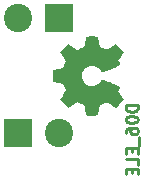
<source format=gbr>
G04 #@! TF.GenerationSoftware,KiCad,Pcbnew,5.1.5-52549c5~86~ubuntu18.04.1*
G04 #@! TF.CreationDate,2020-10-13T18:11:48-05:00*
G04 #@! TF.ProjectId,D06,4430362e-6b69-4636-9164-5f7063625858,rev?*
G04 #@! TF.SameCoordinates,Original*
G04 #@! TF.FileFunction,Copper,L2,Bot*
G04 #@! TF.FilePolarity,Positive*
%FSLAX46Y46*%
G04 Gerber Fmt 4.6, Leading zero omitted, Abs format (unit mm)*
G04 Created by KiCad (PCBNEW 5.1.5-52549c5~86~ubuntu18.04.1) date 2020-10-13 18:11:48*
%MOMM*%
%LPD*%
G04 APERTURE LIST*
%ADD10C,0.250000*%
%ADD11C,0.010000*%
%ADD12C,2.400000*%
%ADD13R,2.400000X2.400000*%
G04 APERTURE END LIST*
D10*
X37307780Y-31385238D02*
X36307780Y-31385238D01*
X36307780Y-31623333D01*
X36355400Y-31766190D01*
X36450638Y-31861428D01*
X36545876Y-31909047D01*
X36736352Y-31956666D01*
X36879209Y-31956666D01*
X37069685Y-31909047D01*
X37164923Y-31861428D01*
X37260161Y-31766190D01*
X37307780Y-31623333D01*
X37307780Y-31385238D01*
X36307780Y-32575714D02*
X36307780Y-32670952D01*
X36355400Y-32766190D01*
X36403019Y-32813809D01*
X36498257Y-32861428D01*
X36688733Y-32909047D01*
X36926828Y-32909047D01*
X37117304Y-32861428D01*
X37212542Y-32813809D01*
X37260161Y-32766190D01*
X37307780Y-32670952D01*
X37307780Y-32575714D01*
X37260161Y-32480476D01*
X37212542Y-32432857D01*
X37117304Y-32385238D01*
X36926828Y-32337619D01*
X36688733Y-32337619D01*
X36498257Y-32385238D01*
X36403019Y-32432857D01*
X36355400Y-32480476D01*
X36307780Y-32575714D01*
X36307780Y-33766190D02*
X36307780Y-33575714D01*
X36355400Y-33480476D01*
X36403019Y-33432857D01*
X36545876Y-33337619D01*
X36736352Y-33290000D01*
X37117304Y-33290000D01*
X37212542Y-33337619D01*
X37260161Y-33385238D01*
X37307780Y-33480476D01*
X37307780Y-33670952D01*
X37260161Y-33766190D01*
X37212542Y-33813809D01*
X37117304Y-33861428D01*
X36879209Y-33861428D01*
X36783971Y-33813809D01*
X36736352Y-33766190D01*
X36688733Y-33670952D01*
X36688733Y-33480476D01*
X36736352Y-33385238D01*
X36783971Y-33337619D01*
X36879209Y-33290000D01*
X37403019Y-34051904D02*
X37403019Y-34813809D01*
X36783971Y-35051904D02*
X36783971Y-35385238D01*
X37307780Y-35528095D02*
X37307780Y-35051904D01*
X36307780Y-35051904D01*
X36307780Y-35528095D01*
X37307780Y-36432857D02*
X37307780Y-35956666D01*
X36307780Y-35956666D01*
X36783971Y-36766190D02*
X36783971Y-37099523D01*
X37307780Y-37242380D02*
X37307780Y-36766190D01*
X36307780Y-36766190D01*
X36307780Y-37242380D01*
D11*
G36*
X30565131Y-29435614D02*
G01*
X31009755Y-29519435D01*
X31137253Y-29828720D01*
X31264751Y-30138006D01*
X31012446Y-30509046D01*
X30942196Y-30612957D01*
X30879472Y-30706887D01*
X30827138Y-30786452D01*
X30788057Y-30847270D01*
X30765093Y-30884957D01*
X30760142Y-30895221D01*
X30772876Y-30913710D01*
X30808082Y-30953220D01*
X30861262Y-31009322D01*
X30927918Y-31077587D01*
X31003554Y-31153586D01*
X31083672Y-31232892D01*
X31163774Y-31311075D01*
X31239364Y-31383707D01*
X31305945Y-31446359D01*
X31359018Y-31494603D01*
X31394087Y-31524010D01*
X31405823Y-31531041D01*
X31427460Y-31520923D01*
X31474862Y-31492559D01*
X31543393Y-31448929D01*
X31628415Y-31393018D01*
X31725293Y-31327806D01*
X31780550Y-31290019D01*
X31881448Y-31221143D01*
X31972499Y-31159940D01*
X32049170Y-31109378D01*
X32106928Y-31072428D01*
X32141243Y-31052058D01*
X32148454Y-31048997D01*
X32168948Y-31055936D01*
X32216713Y-31074851D01*
X32285032Y-31102887D01*
X32367189Y-31137191D01*
X32456470Y-31174909D01*
X32546158Y-31213187D01*
X32629538Y-31249170D01*
X32699894Y-31280006D01*
X32750510Y-31302839D01*
X32774671Y-31314817D01*
X32775622Y-31315524D01*
X32780236Y-31334331D01*
X32790528Y-31384418D01*
X32805487Y-31460593D01*
X32824101Y-31557665D01*
X32845359Y-31670443D01*
X32857618Y-31736242D01*
X32880562Y-31856750D01*
X32902395Y-31965597D01*
X32921922Y-32057276D01*
X32937948Y-32126281D01*
X32949279Y-32167104D01*
X32952874Y-32175311D01*
X32977206Y-32183348D01*
X33032159Y-32189833D01*
X33111308Y-32194770D01*
X33208226Y-32198164D01*
X33316487Y-32200018D01*
X33429665Y-32200338D01*
X33541335Y-32199127D01*
X33645068Y-32196390D01*
X33734441Y-32192131D01*
X33803026Y-32186355D01*
X33844397Y-32179067D01*
X33853010Y-32174695D01*
X33863333Y-32148564D01*
X33878092Y-32093193D01*
X33895552Y-32015907D01*
X33913980Y-31924030D01*
X33919941Y-31891958D01*
X33948266Y-31737324D01*
X33971076Y-31615175D01*
X33989280Y-31521473D01*
X34003783Y-31452184D01*
X34015492Y-31403271D01*
X34025315Y-31370697D01*
X34034156Y-31350428D01*
X34042924Y-31338426D01*
X34044657Y-31336747D01*
X34072571Y-31319984D01*
X34126895Y-31294414D01*
X34200977Y-31262588D01*
X34288165Y-31227060D01*
X34381808Y-31190383D01*
X34475252Y-31155111D01*
X34561847Y-31123796D01*
X34634940Y-31098993D01*
X34687878Y-31083254D01*
X34714011Y-31079132D01*
X34714926Y-31079476D01*
X34736286Y-31093441D01*
X34783284Y-31125122D01*
X34851027Y-31171191D01*
X34934623Y-31228318D01*
X35029182Y-31293173D01*
X35056054Y-31311643D01*
X35153475Y-31377499D01*
X35242363Y-31435450D01*
X35317612Y-31482338D01*
X35374120Y-31515007D01*
X35406781Y-31530300D01*
X35410793Y-31531041D01*
X35431884Y-31518192D01*
X35473664Y-31482688D01*
X35531645Y-31429093D01*
X35601335Y-31361971D01*
X35678245Y-31285887D01*
X35757883Y-31205404D01*
X35835761Y-31125087D01*
X35907386Y-31049499D01*
X35968270Y-30983205D01*
X36013921Y-30930769D01*
X36039850Y-30896755D01*
X36044083Y-30887345D01*
X36034112Y-30865443D01*
X36007220Y-30820600D01*
X35967936Y-30760121D01*
X35936317Y-30713589D01*
X35878298Y-30629275D01*
X35809984Y-30529426D01*
X35741779Y-30429273D01*
X35705275Y-30375427D01*
X35582000Y-30193171D01*
X35664720Y-30040181D01*
X35700959Y-29970482D01*
X35729126Y-29911214D01*
X35745191Y-29871111D01*
X35747426Y-29860903D01*
X35730922Y-29848629D01*
X35684282Y-29824413D01*
X35611809Y-29790063D01*
X35517806Y-29747388D01*
X35406574Y-29698194D01*
X35282415Y-29644290D01*
X35149632Y-29587484D01*
X35012527Y-29529582D01*
X34875402Y-29472393D01*
X34742558Y-29417724D01*
X34618298Y-29367384D01*
X34506925Y-29323180D01*
X34412739Y-29286919D01*
X34340044Y-29260409D01*
X34293141Y-29245458D01*
X34277033Y-29243054D01*
X34256486Y-29262111D01*
X34223133Y-29303836D01*
X34183902Y-29359506D01*
X34180799Y-29364178D01*
X34065623Y-29508064D01*
X33931253Y-29624083D01*
X33781984Y-29711230D01*
X33622113Y-29768499D01*
X33455937Y-29794886D01*
X33287752Y-29789385D01*
X33121855Y-29750990D01*
X32962542Y-29678695D01*
X32927687Y-29657426D01*
X32786937Y-29546796D01*
X32673914Y-29416102D01*
X32589203Y-29269864D01*
X32533394Y-29112608D01*
X32507074Y-28948857D01*
X32510830Y-28783133D01*
X32545250Y-28619962D01*
X32610923Y-28463865D01*
X32708435Y-28319367D01*
X32748013Y-28274669D01*
X32871903Y-28160912D01*
X33002324Y-28078018D01*
X33148515Y-28021156D01*
X33293288Y-27989487D01*
X33456060Y-27981669D01*
X33619640Y-28007738D01*
X33778498Y-28065045D01*
X33927106Y-28150944D01*
X34059935Y-28262786D01*
X34171456Y-28397923D01*
X34183211Y-28415683D01*
X34221708Y-28471950D01*
X34255063Y-28514723D01*
X34276360Y-28535172D01*
X34277033Y-28535469D01*
X34300071Y-28531079D01*
X34352357Y-28513676D01*
X34429590Y-28485068D01*
X34527468Y-28447065D01*
X34641691Y-28401474D01*
X34767958Y-28350103D01*
X34901967Y-28294762D01*
X35039418Y-28237258D01*
X35176008Y-28179401D01*
X35307437Y-28122998D01*
X35429405Y-28069858D01*
X35537609Y-28021790D01*
X35627749Y-27980601D01*
X35695523Y-27948101D01*
X35736630Y-27926097D01*
X35747426Y-27917236D01*
X35739019Y-27890160D01*
X35716472Y-27839497D01*
X35683813Y-27773983D01*
X35664720Y-27737959D01*
X35582000Y-27584968D01*
X35705275Y-27402712D01*
X35768428Y-27309675D01*
X35837927Y-27207815D01*
X35903365Y-27112362D01*
X35936317Y-27064550D01*
X35981473Y-26997305D01*
X36017257Y-26940364D01*
X36039138Y-26901154D01*
X36043763Y-26888419D01*
X36031285Y-26869883D01*
X35996452Y-26828859D01*
X35942878Y-26769325D01*
X35874183Y-26695258D01*
X35793981Y-26610635D01*
X35742486Y-26557115D01*
X35650486Y-26463481D01*
X35568199Y-26382559D01*
X35499145Y-26317623D01*
X35446844Y-26271942D01*
X35414816Y-26248789D01*
X35408316Y-26246568D01*
X35383594Y-26256876D01*
X35333605Y-26285361D01*
X35263412Y-26328863D01*
X35178075Y-26384223D01*
X35082656Y-26448280D01*
X35056054Y-26466497D01*
X34959367Y-26532873D01*
X34872317Y-26592422D01*
X34799795Y-26641816D01*
X34746693Y-26677725D01*
X34717903Y-26696819D01*
X34714926Y-26698664D01*
X34691982Y-26695905D01*
X34641536Y-26681262D01*
X34570241Y-26657287D01*
X34484747Y-26626534D01*
X34391707Y-26591556D01*
X34297774Y-26554907D01*
X34209599Y-26519139D01*
X34133834Y-26486806D01*
X34077131Y-26460462D01*
X34046143Y-26442658D01*
X34044657Y-26441393D01*
X34035801Y-26430506D01*
X34027043Y-26412118D01*
X34017477Y-26382194D01*
X34006196Y-26336697D01*
X33992293Y-26271591D01*
X33974863Y-26182839D01*
X33952998Y-26066407D01*
X33925791Y-25918258D01*
X33919941Y-25886182D01*
X33901574Y-25791114D01*
X33883605Y-25708235D01*
X33867769Y-25644870D01*
X33855800Y-25608342D01*
X33853010Y-25603444D01*
X33828272Y-25595373D01*
X33772990Y-25588813D01*
X33693589Y-25583767D01*
X33596496Y-25580241D01*
X33488138Y-25578239D01*
X33374940Y-25577764D01*
X33263328Y-25578823D01*
X33159729Y-25581418D01*
X33070568Y-25585554D01*
X33002272Y-25591237D01*
X32961266Y-25598469D01*
X32952874Y-25602829D01*
X32944408Y-25627102D01*
X32930635Y-25682374D01*
X32912750Y-25763138D01*
X32891948Y-25863888D01*
X32869423Y-25979117D01*
X32857618Y-26041898D01*
X32835351Y-26161013D01*
X32815179Y-26267235D01*
X32798115Y-26355373D01*
X32785169Y-26420234D01*
X32777355Y-26456626D01*
X32775622Y-26462616D01*
X32756090Y-26472739D01*
X32709043Y-26494138D01*
X32641203Y-26523961D01*
X32559291Y-26559355D01*
X32470028Y-26597468D01*
X32380135Y-26635447D01*
X32296335Y-26670440D01*
X32225347Y-26699594D01*
X32173894Y-26720057D01*
X32148697Y-26728977D01*
X32147596Y-26729143D01*
X32127719Y-26719031D01*
X32081977Y-26690683D01*
X32014917Y-26647077D01*
X31931084Y-26591194D01*
X31835026Y-26526013D01*
X31779850Y-26488121D01*
X31678681Y-26419075D01*
X31586830Y-26357750D01*
X31508944Y-26307137D01*
X31449669Y-26270229D01*
X31413651Y-26250018D01*
X31405577Y-26247099D01*
X31386784Y-26259647D01*
X31346657Y-26294337D01*
X31289693Y-26346737D01*
X31220385Y-26412416D01*
X31143231Y-26486944D01*
X31062725Y-26565887D01*
X30983363Y-26644817D01*
X30909640Y-26719300D01*
X30846052Y-26784906D01*
X30797094Y-26837204D01*
X30767261Y-26871761D01*
X30760142Y-26883322D01*
X30770153Y-26902146D01*
X30798278Y-26947169D01*
X30841654Y-27014013D01*
X30897418Y-27098301D01*
X30962706Y-27195656D01*
X31012446Y-27269093D01*
X31264751Y-27640133D01*
X31009755Y-28258705D01*
X30565131Y-28342525D01*
X30120507Y-28426346D01*
X30120507Y-29351794D01*
X30565131Y-29435614D01*
G37*
X30565131Y-29435614D02*
X31009755Y-29519435D01*
X31137253Y-29828720D01*
X31264751Y-30138006D01*
X31012446Y-30509046D01*
X30942196Y-30612957D01*
X30879472Y-30706887D01*
X30827138Y-30786452D01*
X30788057Y-30847270D01*
X30765093Y-30884957D01*
X30760142Y-30895221D01*
X30772876Y-30913710D01*
X30808082Y-30953220D01*
X30861262Y-31009322D01*
X30927918Y-31077587D01*
X31003554Y-31153586D01*
X31083672Y-31232892D01*
X31163774Y-31311075D01*
X31239364Y-31383707D01*
X31305945Y-31446359D01*
X31359018Y-31494603D01*
X31394087Y-31524010D01*
X31405823Y-31531041D01*
X31427460Y-31520923D01*
X31474862Y-31492559D01*
X31543393Y-31448929D01*
X31628415Y-31393018D01*
X31725293Y-31327806D01*
X31780550Y-31290019D01*
X31881448Y-31221143D01*
X31972499Y-31159940D01*
X32049170Y-31109378D01*
X32106928Y-31072428D01*
X32141243Y-31052058D01*
X32148454Y-31048997D01*
X32168948Y-31055936D01*
X32216713Y-31074851D01*
X32285032Y-31102887D01*
X32367189Y-31137191D01*
X32456470Y-31174909D01*
X32546158Y-31213187D01*
X32629538Y-31249170D01*
X32699894Y-31280006D01*
X32750510Y-31302839D01*
X32774671Y-31314817D01*
X32775622Y-31315524D01*
X32780236Y-31334331D01*
X32790528Y-31384418D01*
X32805487Y-31460593D01*
X32824101Y-31557665D01*
X32845359Y-31670443D01*
X32857618Y-31736242D01*
X32880562Y-31856750D01*
X32902395Y-31965597D01*
X32921922Y-32057276D01*
X32937948Y-32126281D01*
X32949279Y-32167104D01*
X32952874Y-32175311D01*
X32977206Y-32183348D01*
X33032159Y-32189833D01*
X33111308Y-32194770D01*
X33208226Y-32198164D01*
X33316487Y-32200018D01*
X33429665Y-32200338D01*
X33541335Y-32199127D01*
X33645068Y-32196390D01*
X33734441Y-32192131D01*
X33803026Y-32186355D01*
X33844397Y-32179067D01*
X33853010Y-32174695D01*
X33863333Y-32148564D01*
X33878092Y-32093193D01*
X33895552Y-32015907D01*
X33913980Y-31924030D01*
X33919941Y-31891958D01*
X33948266Y-31737324D01*
X33971076Y-31615175D01*
X33989280Y-31521473D01*
X34003783Y-31452184D01*
X34015492Y-31403271D01*
X34025315Y-31370697D01*
X34034156Y-31350428D01*
X34042924Y-31338426D01*
X34044657Y-31336747D01*
X34072571Y-31319984D01*
X34126895Y-31294414D01*
X34200977Y-31262588D01*
X34288165Y-31227060D01*
X34381808Y-31190383D01*
X34475252Y-31155111D01*
X34561847Y-31123796D01*
X34634940Y-31098993D01*
X34687878Y-31083254D01*
X34714011Y-31079132D01*
X34714926Y-31079476D01*
X34736286Y-31093441D01*
X34783284Y-31125122D01*
X34851027Y-31171191D01*
X34934623Y-31228318D01*
X35029182Y-31293173D01*
X35056054Y-31311643D01*
X35153475Y-31377499D01*
X35242363Y-31435450D01*
X35317612Y-31482338D01*
X35374120Y-31515007D01*
X35406781Y-31530300D01*
X35410793Y-31531041D01*
X35431884Y-31518192D01*
X35473664Y-31482688D01*
X35531645Y-31429093D01*
X35601335Y-31361971D01*
X35678245Y-31285887D01*
X35757883Y-31205404D01*
X35835761Y-31125087D01*
X35907386Y-31049499D01*
X35968270Y-30983205D01*
X36013921Y-30930769D01*
X36039850Y-30896755D01*
X36044083Y-30887345D01*
X36034112Y-30865443D01*
X36007220Y-30820600D01*
X35967936Y-30760121D01*
X35936317Y-30713589D01*
X35878298Y-30629275D01*
X35809984Y-30529426D01*
X35741779Y-30429273D01*
X35705275Y-30375427D01*
X35582000Y-30193171D01*
X35664720Y-30040181D01*
X35700959Y-29970482D01*
X35729126Y-29911214D01*
X35745191Y-29871111D01*
X35747426Y-29860903D01*
X35730922Y-29848629D01*
X35684282Y-29824413D01*
X35611809Y-29790063D01*
X35517806Y-29747388D01*
X35406574Y-29698194D01*
X35282415Y-29644290D01*
X35149632Y-29587484D01*
X35012527Y-29529582D01*
X34875402Y-29472393D01*
X34742558Y-29417724D01*
X34618298Y-29367384D01*
X34506925Y-29323180D01*
X34412739Y-29286919D01*
X34340044Y-29260409D01*
X34293141Y-29245458D01*
X34277033Y-29243054D01*
X34256486Y-29262111D01*
X34223133Y-29303836D01*
X34183902Y-29359506D01*
X34180799Y-29364178D01*
X34065623Y-29508064D01*
X33931253Y-29624083D01*
X33781984Y-29711230D01*
X33622113Y-29768499D01*
X33455937Y-29794886D01*
X33287752Y-29789385D01*
X33121855Y-29750990D01*
X32962542Y-29678695D01*
X32927687Y-29657426D01*
X32786937Y-29546796D01*
X32673914Y-29416102D01*
X32589203Y-29269864D01*
X32533394Y-29112608D01*
X32507074Y-28948857D01*
X32510830Y-28783133D01*
X32545250Y-28619962D01*
X32610923Y-28463865D01*
X32708435Y-28319367D01*
X32748013Y-28274669D01*
X32871903Y-28160912D01*
X33002324Y-28078018D01*
X33148515Y-28021156D01*
X33293288Y-27989487D01*
X33456060Y-27981669D01*
X33619640Y-28007738D01*
X33778498Y-28065045D01*
X33927106Y-28150944D01*
X34059935Y-28262786D01*
X34171456Y-28397923D01*
X34183211Y-28415683D01*
X34221708Y-28471950D01*
X34255063Y-28514723D01*
X34276360Y-28535172D01*
X34277033Y-28535469D01*
X34300071Y-28531079D01*
X34352357Y-28513676D01*
X34429590Y-28485068D01*
X34527468Y-28447065D01*
X34641691Y-28401474D01*
X34767958Y-28350103D01*
X34901967Y-28294762D01*
X35039418Y-28237258D01*
X35176008Y-28179401D01*
X35307437Y-28122998D01*
X35429405Y-28069858D01*
X35537609Y-28021790D01*
X35627749Y-27980601D01*
X35695523Y-27948101D01*
X35736630Y-27926097D01*
X35747426Y-27917236D01*
X35739019Y-27890160D01*
X35716472Y-27839497D01*
X35683813Y-27773983D01*
X35664720Y-27737959D01*
X35582000Y-27584968D01*
X35705275Y-27402712D01*
X35768428Y-27309675D01*
X35837927Y-27207815D01*
X35903365Y-27112362D01*
X35936317Y-27064550D01*
X35981473Y-26997305D01*
X36017257Y-26940364D01*
X36039138Y-26901154D01*
X36043763Y-26888419D01*
X36031285Y-26869883D01*
X35996452Y-26828859D01*
X35942878Y-26769325D01*
X35874183Y-26695258D01*
X35793981Y-26610635D01*
X35742486Y-26557115D01*
X35650486Y-26463481D01*
X35568199Y-26382559D01*
X35499145Y-26317623D01*
X35446844Y-26271942D01*
X35414816Y-26248789D01*
X35408316Y-26246568D01*
X35383594Y-26256876D01*
X35333605Y-26285361D01*
X35263412Y-26328863D01*
X35178075Y-26384223D01*
X35082656Y-26448280D01*
X35056054Y-26466497D01*
X34959367Y-26532873D01*
X34872317Y-26592422D01*
X34799795Y-26641816D01*
X34746693Y-26677725D01*
X34717903Y-26696819D01*
X34714926Y-26698664D01*
X34691982Y-26695905D01*
X34641536Y-26681262D01*
X34570241Y-26657287D01*
X34484747Y-26626534D01*
X34391707Y-26591556D01*
X34297774Y-26554907D01*
X34209599Y-26519139D01*
X34133834Y-26486806D01*
X34077131Y-26460462D01*
X34046143Y-26442658D01*
X34044657Y-26441393D01*
X34035801Y-26430506D01*
X34027043Y-26412118D01*
X34017477Y-26382194D01*
X34006196Y-26336697D01*
X33992293Y-26271591D01*
X33974863Y-26182839D01*
X33952998Y-26066407D01*
X33925791Y-25918258D01*
X33919941Y-25886182D01*
X33901574Y-25791114D01*
X33883605Y-25708235D01*
X33867769Y-25644870D01*
X33855800Y-25608342D01*
X33853010Y-25603444D01*
X33828272Y-25595373D01*
X33772990Y-25588813D01*
X33693589Y-25583767D01*
X33596496Y-25580241D01*
X33488138Y-25578239D01*
X33374940Y-25577764D01*
X33263328Y-25578823D01*
X33159729Y-25581418D01*
X33070568Y-25585554D01*
X33002272Y-25591237D01*
X32961266Y-25598469D01*
X32952874Y-25602829D01*
X32944408Y-25627102D01*
X32930635Y-25682374D01*
X32912750Y-25763138D01*
X32891948Y-25863888D01*
X32869423Y-25979117D01*
X32857618Y-26041898D01*
X32835351Y-26161013D01*
X32815179Y-26267235D01*
X32798115Y-26355373D01*
X32785169Y-26420234D01*
X32777355Y-26456626D01*
X32775622Y-26462616D01*
X32756090Y-26472739D01*
X32709043Y-26494138D01*
X32641203Y-26523961D01*
X32559291Y-26559355D01*
X32470028Y-26597468D01*
X32380135Y-26635447D01*
X32296335Y-26670440D01*
X32225347Y-26699594D01*
X32173894Y-26720057D01*
X32148697Y-26728977D01*
X32147596Y-26729143D01*
X32127719Y-26719031D01*
X32081977Y-26690683D01*
X32014917Y-26647077D01*
X31931084Y-26591194D01*
X31835026Y-26526013D01*
X31779850Y-26488121D01*
X31678681Y-26419075D01*
X31586830Y-26357750D01*
X31508944Y-26307137D01*
X31449669Y-26270229D01*
X31413651Y-26250018D01*
X31405577Y-26247099D01*
X31386784Y-26259647D01*
X31346657Y-26294337D01*
X31289693Y-26346737D01*
X31220385Y-26412416D01*
X31143231Y-26486944D01*
X31062725Y-26565887D01*
X30983363Y-26644817D01*
X30909640Y-26719300D01*
X30846052Y-26784906D01*
X30797094Y-26837204D01*
X30767261Y-26871761D01*
X30760142Y-26883322D01*
X30770153Y-26902146D01*
X30798278Y-26947169D01*
X30841654Y-27014013D01*
X30897418Y-27098301D01*
X30962706Y-27195656D01*
X31012446Y-27269093D01*
X31264751Y-27640133D01*
X31009755Y-28258705D01*
X30565131Y-28342525D01*
X30120507Y-28426346D01*
X30120507Y-29351794D01*
X30565131Y-29435614D01*
D12*
X27140000Y-24003000D03*
D13*
X30640000Y-24003000D03*
D12*
X30640000Y-33777000D03*
D13*
X27140000Y-33777000D03*
M02*

</source>
